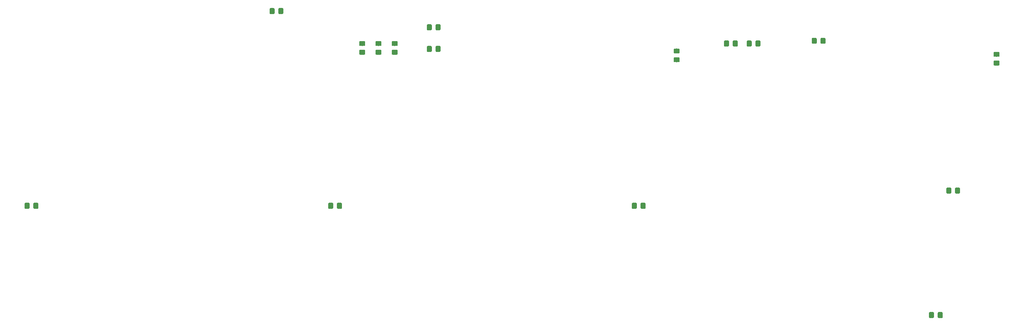
<source format=gbr>
G04 #@! TF.GenerationSoftware,KiCad,Pcbnew,(5.0.2)-1*
G04 #@! TF.CreationDate,2019-02-09T21:32:43-06:00*
G04 #@! TF.ProjectId,Nixie-ProtoBoard,4e697869-652d-4507-926f-746f426f6172,1.0*
G04 #@! TF.SameCoordinates,Original*
G04 #@! TF.FileFunction,Paste,Top*
G04 #@! TF.FilePolarity,Positive*
%FSLAX46Y46*%
G04 Gerber Fmt 4.6, Leading zero omitted, Abs format (unit mm)*
G04 Created by KiCad (PCBNEW (5.0.2)-1) date 2/9/2019 9:32:43 PM*
%MOMM*%
%LPD*%
G01*
G04 APERTURE LIST*
%ADD10C,0.100000*%
%ADD11C,1.150000*%
G04 APERTURE END LIST*
D10*
G04 #@! TO.C,C2*
G36*
X124283505Y-67119204D02*
X124307773Y-67122804D01*
X124331572Y-67128765D01*
X124354671Y-67137030D01*
X124376850Y-67147520D01*
X124397893Y-67160132D01*
X124417599Y-67174747D01*
X124435777Y-67191223D01*
X124452253Y-67209401D01*
X124466868Y-67229107D01*
X124479480Y-67250150D01*
X124489970Y-67272329D01*
X124498235Y-67295428D01*
X124504196Y-67319227D01*
X124507796Y-67343495D01*
X124509000Y-67367999D01*
X124509000Y-68268001D01*
X124507796Y-68292505D01*
X124504196Y-68316773D01*
X124498235Y-68340572D01*
X124489970Y-68363671D01*
X124479480Y-68385850D01*
X124466868Y-68406893D01*
X124452253Y-68426599D01*
X124435777Y-68444777D01*
X124417599Y-68461253D01*
X124397893Y-68475868D01*
X124376850Y-68488480D01*
X124354671Y-68498970D01*
X124331572Y-68507235D01*
X124307773Y-68513196D01*
X124283505Y-68516796D01*
X124259001Y-68518000D01*
X123608999Y-68518000D01*
X123584495Y-68516796D01*
X123560227Y-68513196D01*
X123536428Y-68507235D01*
X123513329Y-68498970D01*
X123491150Y-68488480D01*
X123470107Y-68475868D01*
X123450401Y-68461253D01*
X123432223Y-68444777D01*
X123415747Y-68426599D01*
X123401132Y-68406893D01*
X123388520Y-68385850D01*
X123378030Y-68363671D01*
X123369765Y-68340572D01*
X123363804Y-68316773D01*
X123360204Y-68292505D01*
X123359000Y-68268001D01*
X123359000Y-67367999D01*
X123360204Y-67343495D01*
X123363804Y-67319227D01*
X123369765Y-67295428D01*
X123378030Y-67272329D01*
X123388520Y-67250150D01*
X123401132Y-67229107D01*
X123415747Y-67209401D01*
X123432223Y-67191223D01*
X123450401Y-67174747D01*
X123470107Y-67160132D01*
X123491150Y-67147520D01*
X123513329Y-67137030D01*
X123536428Y-67128765D01*
X123560227Y-67122804D01*
X123584495Y-67119204D01*
X123608999Y-67118000D01*
X124259001Y-67118000D01*
X124283505Y-67119204D01*
X124283505Y-67119204D01*
G37*
D11*
X123934000Y-67818000D03*
D10*
G36*
X126333505Y-67119204D02*
X126357773Y-67122804D01*
X126381572Y-67128765D01*
X126404671Y-67137030D01*
X126426850Y-67147520D01*
X126447893Y-67160132D01*
X126467599Y-67174747D01*
X126485777Y-67191223D01*
X126502253Y-67209401D01*
X126516868Y-67229107D01*
X126529480Y-67250150D01*
X126539970Y-67272329D01*
X126548235Y-67295428D01*
X126554196Y-67319227D01*
X126557796Y-67343495D01*
X126559000Y-67367999D01*
X126559000Y-68268001D01*
X126557796Y-68292505D01*
X126554196Y-68316773D01*
X126548235Y-68340572D01*
X126539970Y-68363671D01*
X126529480Y-68385850D01*
X126516868Y-68406893D01*
X126502253Y-68426599D01*
X126485777Y-68444777D01*
X126467599Y-68461253D01*
X126447893Y-68475868D01*
X126426850Y-68488480D01*
X126404671Y-68498970D01*
X126381572Y-68507235D01*
X126357773Y-68513196D01*
X126333505Y-68516796D01*
X126309001Y-68518000D01*
X125658999Y-68518000D01*
X125634495Y-68516796D01*
X125610227Y-68513196D01*
X125586428Y-68507235D01*
X125563329Y-68498970D01*
X125541150Y-68488480D01*
X125520107Y-68475868D01*
X125500401Y-68461253D01*
X125482223Y-68444777D01*
X125465747Y-68426599D01*
X125451132Y-68406893D01*
X125438520Y-68385850D01*
X125428030Y-68363671D01*
X125419765Y-68340572D01*
X125413804Y-68316773D01*
X125410204Y-68292505D01*
X125409000Y-68268001D01*
X125409000Y-67367999D01*
X125410204Y-67343495D01*
X125413804Y-67319227D01*
X125419765Y-67295428D01*
X125428030Y-67272329D01*
X125438520Y-67250150D01*
X125451132Y-67229107D01*
X125465747Y-67209401D01*
X125482223Y-67191223D01*
X125500401Y-67174747D01*
X125520107Y-67160132D01*
X125541150Y-67147520D01*
X125563329Y-67137030D01*
X125586428Y-67128765D01*
X125610227Y-67122804D01*
X125634495Y-67119204D01*
X125658999Y-67118000D01*
X126309001Y-67118000D01*
X126333505Y-67119204D01*
X126333505Y-67119204D01*
G37*
D11*
X125984000Y-67818000D03*
G04 #@! TD*
D10*
G04 #@! TO.C,C3*
G36*
X126333505Y-72199204D02*
X126357773Y-72202804D01*
X126381572Y-72208765D01*
X126404671Y-72217030D01*
X126426850Y-72227520D01*
X126447893Y-72240132D01*
X126467599Y-72254747D01*
X126485777Y-72271223D01*
X126502253Y-72289401D01*
X126516868Y-72309107D01*
X126529480Y-72330150D01*
X126539970Y-72352329D01*
X126548235Y-72375428D01*
X126554196Y-72399227D01*
X126557796Y-72423495D01*
X126559000Y-72447999D01*
X126559000Y-73348001D01*
X126557796Y-73372505D01*
X126554196Y-73396773D01*
X126548235Y-73420572D01*
X126539970Y-73443671D01*
X126529480Y-73465850D01*
X126516868Y-73486893D01*
X126502253Y-73506599D01*
X126485777Y-73524777D01*
X126467599Y-73541253D01*
X126447893Y-73555868D01*
X126426850Y-73568480D01*
X126404671Y-73578970D01*
X126381572Y-73587235D01*
X126357773Y-73593196D01*
X126333505Y-73596796D01*
X126309001Y-73598000D01*
X125658999Y-73598000D01*
X125634495Y-73596796D01*
X125610227Y-73593196D01*
X125586428Y-73587235D01*
X125563329Y-73578970D01*
X125541150Y-73568480D01*
X125520107Y-73555868D01*
X125500401Y-73541253D01*
X125482223Y-73524777D01*
X125465747Y-73506599D01*
X125451132Y-73486893D01*
X125438520Y-73465850D01*
X125428030Y-73443671D01*
X125419765Y-73420572D01*
X125413804Y-73396773D01*
X125410204Y-73372505D01*
X125409000Y-73348001D01*
X125409000Y-72447999D01*
X125410204Y-72423495D01*
X125413804Y-72399227D01*
X125419765Y-72375428D01*
X125428030Y-72352329D01*
X125438520Y-72330150D01*
X125451132Y-72309107D01*
X125465747Y-72289401D01*
X125482223Y-72271223D01*
X125500401Y-72254747D01*
X125520107Y-72240132D01*
X125541150Y-72227520D01*
X125563329Y-72217030D01*
X125586428Y-72208765D01*
X125610227Y-72202804D01*
X125634495Y-72199204D01*
X125658999Y-72198000D01*
X126309001Y-72198000D01*
X126333505Y-72199204D01*
X126333505Y-72199204D01*
G37*
D11*
X125984000Y-72898000D03*
D10*
G36*
X124283505Y-72199204D02*
X124307773Y-72202804D01*
X124331572Y-72208765D01*
X124354671Y-72217030D01*
X124376850Y-72227520D01*
X124397893Y-72240132D01*
X124417599Y-72254747D01*
X124435777Y-72271223D01*
X124452253Y-72289401D01*
X124466868Y-72309107D01*
X124479480Y-72330150D01*
X124489970Y-72352329D01*
X124498235Y-72375428D01*
X124504196Y-72399227D01*
X124507796Y-72423495D01*
X124509000Y-72447999D01*
X124509000Y-73348001D01*
X124507796Y-73372505D01*
X124504196Y-73396773D01*
X124498235Y-73420572D01*
X124489970Y-73443671D01*
X124479480Y-73465850D01*
X124466868Y-73486893D01*
X124452253Y-73506599D01*
X124435777Y-73524777D01*
X124417599Y-73541253D01*
X124397893Y-73555868D01*
X124376850Y-73568480D01*
X124354671Y-73578970D01*
X124331572Y-73587235D01*
X124307773Y-73593196D01*
X124283505Y-73596796D01*
X124259001Y-73598000D01*
X123608999Y-73598000D01*
X123584495Y-73596796D01*
X123560227Y-73593196D01*
X123536428Y-73587235D01*
X123513329Y-73578970D01*
X123491150Y-73568480D01*
X123470107Y-73555868D01*
X123450401Y-73541253D01*
X123432223Y-73524777D01*
X123415747Y-73506599D01*
X123401132Y-73486893D01*
X123388520Y-73465850D01*
X123378030Y-73443671D01*
X123369765Y-73420572D01*
X123363804Y-73396773D01*
X123360204Y-73372505D01*
X123359000Y-73348001D01*
X123359000Y-72447999D01*
X123360204Y-72423495D01*
X123363804Y-72399227D01*
X123369765Y-72375428D01*
X123378030Y-72352329D01*
X123388520Y-72330150D01*
X123401132Y-72309107D01*
X123415747Y-72289401D01*
X123432223Y-72271223D01*
X123450401Y-72254747D01*
X123470107Y-72240132D01*
X123491150Y-72227520D01*
X123513329Y-72217030D01*
X123536428Y-72208765D01*
X123560227Y-72202804D01*
X123584495Y-72199204D01*
X123608999Y-72198000D01*
X124259001Y-72198000D01*
X124283505Y-72199204D01*
X124283505Y-72199204D01*
G37*
D11*
X123934000Y-72898000D03*
G04 #@! TD*
D10*
G04 #@! TO.C,C4*
G36*
X199213505Y-70929204D02*
X199237773Y-70932804D01*
X199261572Y-70938765D01*
X199284671Y-70947030D01*
X199306850Y-70957520D01*
X199327893Y-70970132D01*
X199347599Y-70984747D01*
X199365777Y-71001223D01*
X199382253Y-71019401D01*
X199396868Y-71039107D01*
X199409480Y-71060150D01*
X199419970Y-71082329D01*
X199428235Y-71105428D01*
X199434196Y-71129227D01*
X199437796Y-71153495D01*
X199439000Y-71177999D01*
X199439000Y-72078001D01*
X199437796Y-72102505D01*
X199434196Y-72126773D01*
X199428235Y-72150572D01*
X199419970Y-72173671D01*
X199409480Y-72195850D01*
X199396868Y-72216893D01*
X199382253Y-72236599D01*
X199365777Y-72254777D01*
X199347599Y-72271253D01*
X199327893Y-72285868D01*
X199306850Y-72298480D01*
X199284671Y-72308970D01*
X199261572Y-72317235D01*
X199237773Y-72323196D01*
X199213505Y-72326796D01*
X199189001Y-72328000D01*
X198538999Y-72328000D01*
X198514495Y-72326796D01*
X198490227Y-72323196D01*
X198466428Y-72317235D01*
X198443329Y-72308970D01*
X198421150Y-72298480D01*
X198400107Y-72285868D01*
X198380401Y-72271253D01*
X198362223Y-72254777D01*
X198345747Y-72236599D01*
X198331132Y-72216893D01*
X198318520Y-72195850D01*
X198308030Y-72173671D01*
X198299765Y-72150572D01*
X198293804Y-72126773D01*
X198290204Y-72102505D01*
X198289000Y-72078001D01*
X198289000Y-71177999D01*
X198290204Y-71153495D01*
X198293804Y-71129227D01*
X198299765Y-71105428D01*
X198308030Y-71082329D01*
X198318520Y-71060150D01*
X198331132Y-71039107D01*
X198345747Y-71019401D01*
X198362223Y-71001223D01*
X198380401Y-70984747D01*
X198400107Y-70970132D01*
X198421150Y-70957520D01*
X198443329Y-70947030D01*
X198466428Y-70938765D01*
X198490227Y-70932804D01*
X198514495Y-70929204D01*
X198538999Y-70928000D01*
X199189001Y-70928000D01*
X199213505Y-70929204D01*
X199213505Y-70929204D01*
G37*
D11*
X198864000Y-71628000D03*
D10*
G36*
X201263505Y-70929204D02*
X201287773Y-70932804D01*
X201311572Y-70938765D01*
X201334671Y-70947030D01*
X201356850Y-70957520D01*
X201377893Y-70970132D01*
X201397599Y-70984747D01*
X201415777Y-71001223D01*
X201432253Y-71019401D01*
X201446868Y-71039107D01*
X201459480Y-71060150D01*
X201469970Y-71082329D01*
X201478235Y-71105428D01*
X201484196Y-71129227D01*
X201487796Y-71153495D01*
X201489000Y-71177999D01*
X201489000Y-72078001D01*
X201487796Y-72102505D01*
X201484196Y-72126773D01*
X201478235Y-72150572D01*
X201469970Y-72173671D01*
X201459480Y-72195850D01*
X201446868Y-72216893D01*
X201432253Y-72236599D01*
X201415777Y-72254777D01*
X201397599Y-72271253D01*
X201377893Y-72285868D01*
X201356850Y-72298480D01*
X201334671Y-72308970D01*
X201311572Y-72317235D01*
X201287773Y-72323196D01*
X201263505Y-72326796D01*
X201239001Y-72328000D01*
X200588999Y-72328000D01*
X200564495Y-72326796D01*
X200540227Y-72323196D01*
X200516428Y-72317235D01*
X200493329Y-72308970D01*
X200471150Y-72298480D01*
X200450107Y-72285868D01*
X200430401Y-72271253D01*
X200412223Y-72254777D01*
X200395747Y-72236599D01*
X200381132Y-72216893D01*
X200368520Y-72195850D01*
X200358030Y-72173671D01*
X200349765Y-72150572D01*
X200343804Y-72126773D01*
X200340204Y-72102505D01*
X200339000Y-72078001D01*
X200339000Y-71177999D01*
X200340204Y-71153495D01*
X200343804Y-71129227D01*
X200349765Y-71105428D01*
X200358030Y-71082329D01*
X200368520Y-71060150D01*
X200381132Y-71039107D01*
X200395747Y-71019401D01*
X200412223Y-71001223D01*
X200430401Y-70984747D01*
X200450107Y-70970132D01*
X200471150Y-70957520D01*
X200493329Y-70947030D01*
X200516428Y-70938765D01*
X200540227Y-70932804D01*
X200564495Y-70929204D01*
X200588999Y-70928000D01*
X201239001Y-70928000D01*
X201263505Y-70929204D01*
X201263505Y-70929204D01*
G37*
D11*
X200914000Y-71628000D03*
G04 #@! TD*
D10*
G04 #@! TO.C,C5*
G36*
X245958505Y-105464204D02*
X245982773Y-105467804D01*
X246006572Y-105473765D01*
X246029671Y-105482030D01*
X246051850Y-105492520D01*
X246072893Y-105505132D01*
X246092599Y-105519747D01*
X246110777Y-105536223D01*
X246127253Y-105554401D01*
X246141868Y-105574107D01*
X246154480Y-105595150D01*
X246164970Y-105617329D01*
X246173235Y-105640428D01*
X246179196Y-105664227D01*
X246182796Y-105688495D01*
X246184000Y-105712999D01*
X246184000Y-106613001D01*
X246182796Y-106637505D01*
X246179196Y-106661773D01*
X246173235Y-106685572D01*
X246164970Y-106708671D01*
X246154480Y-106730850D01*
X246141868Y-106751893D01*
X246127253Y-106771599D01*
X246110777Y-106789777D01*
X246092599Y-106806253D01*
X246072893Y-106820868D01*
X246051850Y-106833480D01*
X246029671Y-106843970D01*
X246006572Y-106852235D01*
X245982773Y-106858196D01*
X245958505Y-106861796D01*
X245934001Y-106863000D01*
X245283999Y-106863000D01*
X245259495Y-106861796D01*
X245235227Y-106858196D01*
X245211428Y-106852235D01*
X245188329Y-106843970D01*
X245166150Y-106833480D01*
X245145107Y-106820868D01*
X245125401Y-106806253D01*
X245107223Y-106789777D01*
X245090747Y-106771599D01*
X245076132Y-106751893D01*
X245063520Y-106730850D01*
X245053030Y-106708671D01*
X245044765Y-106685572D01*
X245038804Y-106661773D01*
X245035204Y-106637505D01*
X245034000Y-106613001D01*
X245034000Y-105712999D01*
X245035204Y-105688495D01*
X245038804Y-105664227D01*
X245044765Y-105640428D01*
X245053030Y-105617329D01*
X245063520Y-105595150D01*
X245076132Y-105574107D01*
X245090747Y-105554401D01*
X245107223Y-105536223D01*
X245125401Y-105519747D01*
X245145107Y-105505132D01*
X245166150Y-105492520D01*
X245188329Y-105482030D01*
X245211428Y-105473765D01*
X245235227Y-105467804D01*
X245259495Y-105464204D01*
X245283999Y-105463000D01*
X245934001Y-105463000D01*
X245958505Y-105464204D01*
X245958505Y-105464204D01*
G37*
D11*
X245609000Y-106163000D03*
D10*
G36*
X248008505Y-105464204D02*
X248032773Y-105467804D01*
X248056572Y-105473765D01*
X248079671Y-105482030D01*
X248101850Y-105492520D01*
X248122893Y-105505132D01*
X248142599Y-105519747D01*
X248160777Y-105536223D01*
X248177253Y-105554401D01*
X248191868Y-105574107D01*
X248204480Y-105595150D01*
X248214970Y-105617329D01*
X248223235Y-105640428D01*
X248229196Y-105664227D01*
X248232796Y-105688495D01*
X248234000Y-105712999D01*
X248234000Y-106613001D01*
X248232796Y-106637505D01*
X248229196Y-106661773D01*
X248223235Y-106685572D01*
X248214970Y-106708671D01*
X248204480Y-106730850D01*
X248191868Y-106751893D01*
X248177253Y-106771599D01*
X248160777Y-106789777D01*
X248142599Y-106806253D01*
X248122893Y-106820868D01*
X248101850Y-106833480D01*
X248079671Y-106843970D01*
X248056572Y-106852235D01*
X248032773Y-106858196D01*
X248008505Y-106861796D01*
X247984001Y-106863000D01*
X247333999Y-106863000D01*
X247309495Y-106861796D01*
X247285227Y-106858196D01*
X247261428Y-106852235D01*
X247238329Y-106843970D01*
X247216150Y-106833480D01*
X247195107Y-106820868D01*
X247175401Y-106806253D01*
X247157223Y-106789777D01*
X247140747Y-106771599D01*
X247126132Y-106751893D01*
X247113520Y-106730850D01*
X247103030Y-106708671D01*
X247094765Y-106685572D01*
X247088804Y-106661773D01*
X247085204Y-106637505D01*
X247084000Y-106613001D01*
X247084000Y-105712999D01*
X247085204Y-105688495D01*
X247088804Y-105664227D01*
X247094765Y-105640428D01*
X247103030Y-105617329D01*
X247113520Y-105595150D01*
X247126132Y-105574107D01*
X247140747Y-105554401D01*
X247157223Y-105536223D01*
X247175401Y-105519747D01*
X247195107Y-105505132D01*
X247216150Y-105492520D01*
X247238329Y-105482030D01*
X247261428Y-105473765D01*
X247285227Y-105467804D01*
X247309495Y-105464204D01*
X247333999Y-105463000D01*
X247984001Y-105463000D01*
X248008505Y-105464204D01*
X248008505Y-105464204D01*
G37*
D11*
X247659000Y-106163000D03*
G04 #@! TD*
D10*
G04 #@! TO.C,C6*
G36*
X257268505Y-75644204D02*
X257292773Y-75647804D01*
X257316572Y-75653765D01*
X257339671Y-75662030D01*
X257361850Y-75672520D01*
X257382893Y-75685132D01*
X257402599Y-75699747D01*
X257420777Y-75716223D01*
X257437253Y-75734401D01*
X257451868Y-75754107D01*
X257464480Y-75775150D01*
X257474970Y-75797329D01*
X257483235Y-75820428D01*
X257489196Y-75844227D01*
X257492796Y-75868495D01*
X257494000Y-75892999D01*
X257494000Y-76543001D01*
X257492796Y-76567505D01*
X257489196Y-76591773D01*
X257483235Y-76615572D01*
X257474970Y-76638671D01*
X257464480Y-76660850D01*
X257451868Y-76681893D01*
X257437253Y-76701599D01*
X257420777Y-76719777D01*
X257402599Y-76736253D01*
X257382893Y-76750868D01*
X257361850Y-76763480D01*
X257339671Y-76773970D01*
X257316572Y-76782235D01*
X257292773Y-76788196D01*
X257268505Y-76791796D01*
X257244001Y-76793000D01*
X256343999Y-76793000D01*
X256319495Y-76791796D01*
X256295227Y-76788196D01*
X256271428Y-76782235D01*
X256248329Y-76773970D01*
X256226150Y-76763480D01*
X256205107Y-76750868D01*
X256185401Y-76736253D01*
X256167223Y-76719777D01*
X256150747Y-76701599D01*
X256136132Y-76681893D01*
X256123520Y-76660850D01*
X256113030Y-76638671D01*
X256104765Y-76615572D01*
X256098804Y-76591773D01*
X256095204Y-76567505D01*
X256094000Y-76543001D01*
X256094000Y-75892999D01*
X256095204Y-75868495D01*
X256098804Y-75844227D01*
X256104765Y-75820428D01*
X256113030Y-75797329D01*
X256123520Y-75775150D01*
X256136132Y-75754107D01*
X256150747Y-75734401D01*
X256167223Y-75716223D01*
X256185401Y-75699747D01*
X256205107Y-75685132D01*
X256226150Y-75672520D01*
X256248329Y-75662030D01*
X256271428Y-75653765D01*
X256295227Y-75647804D01*
X256319495Y-75644204D01*
X256343999Y-75643000D01*
X257244001Y-75643000D01*
X257268505Y-75644204D01*
X257268505Y-75644204D01*
G37*
D11*
X256794000Y-76218000D03*
D10*
G36*
X257268505Y-73594204D02*
X257292773Y-73597804D01*
X257316572Y-73603765D01*
X257339671Y-73612030D01*
X257361850Y-73622520D01*
X257382893Y-73635132D01*
X257402599Y-73649747D01*
X257420777Y-73666223D01*
X257437253Y-73684401D01*
X257451868Y-73704107D01*
X257464480Y-73725150D01*
X257474970Y-73747329D01*
X257483235Y-73770428D01*
X257489196Y-73794227D01*
X257492796Y-73818495D01*
X257494000Y-73842999D01*
X257494000Y-74493001D01*
X257492796Y-74517505D01*
X257489196Y-74541773D01*
X257483235Y-74565572D01*
X257474970Y-74588671D01*
X257464480Y-74610850D01*
X257451868Y-74631893D01*
X257437253Y-74651599D01*
X257420777Y-74669777D01*
X257402599Y-74686253D01*
X257382893Y-74700868D01*
X257361850Y-74713480D01*
X257339671Y-74723970D01*
X257316572Y-74732235D01*
X257292773Y-74738196D01*
X257268505Y-74741796D01*
X257244001Y-74743000D01*
X256343999Y-74743000D01*
X256319495Y-74741796D01*
X256295227Y-74738196D01*
X256271428Y-74732235D01*
X256248329Y-74723970D01*
X256226150Y-74713480D01*
X256205107Y-74700868D01*
X256185401Y-74686253D01*
X256167223Y-74669777D01*
X256150747Y-74651599D01*
X256136132Y-74631893D01*
X256123520Y-74610850D01*
X256113030Y-74588671D01*
X256104765Y-74565572D01*
X256098804Y-74541773D01*
X256095204Y-74517505D01*
X256094000Y-74493001D01*
X256094000Y-73842999D01*
X256095204Y-73818495D01*
X256098804Y-73794227D01*
X256104765Y-73770428D01*
X256113030Y-73747329D01*
X256123520Y-73725150D01*
X256136132Y-73704107D01*
X256150747Y-73684401D01*
X256167223Y-73666223D01*
X256185401Y-73649747D01*
X256205107Y-73635132D01*
X256226150Y-73622520D01*
X256248329Y-73612030D01*
X256271428Y-73603765D01*
X256295227Y-73597804D01*
X256319495Y-73594204D01*
X256343999Y-73593000D01*
X257244001Y-73593000D01*
X257268505Y-73594204D01*
X257268505Y-73594204D01*
G37*
D11*
X256794000Y-74168000D03*
G04 #@! TD*
D10*
G04 #@! TO.C,C7*
G36*
X243953505Y-134683204D02*
X243977773Y-134686804D01*
X244001572Y-134692765D01*
X244024671Y-134701030D01*
X244046850Y-134711520D01*
X244067893Y-134724132D01*
X244087599Y-134738747D01*
X244105777Y-134755223D01*
X244122253Y-134773401D01*
X244136868Y-134793107D01*
X244149480Y-134814150D01*
X244159970Y-134836329D01*
X244168235Y-134859428D01*
X244174196Y-134883227D01*
X244177796Y-134907495D01*
X244179000Y-134931999D01*
X244179000Y-135832001D01*
X244177796Y-135856505D01*
X244174196Y-135880773D01*
X244168235Y-135904572D01*
X244159970Y-135927671D01*
X244149480Y-135949850D01*
X244136868Y-135970893D01*
X244122253Y-135990599D01*
X244105777Y-136008777D01*
X244087599Y-136025253D01*
X244067893Y-136039868D01*
X244046850Y-136052480D01*
X244024671Y-136062970D01*
X244001572Y-136071235D01*
X243977773Y-136077196D01*
X243953505Y-136080796D01*
X243929001Y-136082000D01*
X243278999Y-136082000D01*
X243254495Y-136080796D01*
X243230227Y-136077196D01*
X243206428Y-136071235D01*
X243183329Y-136062970D01*
X243161150Y-136052480D01*
X243140107Y-136039868D01*
X243120401Y-136025253D01*
X243102223Y-136008777D01*
X243085747Y-135990599D01*
X243071132Y-135970893D01*
X243058520Y-135949850D01*
X243048030Y-135927671D01*
X243039765Y-135904572D01*
X243033804Y-135880773D01*
X243030204Y-135856505D01*
X243029000Y-135832001D01*
X243029000Y-134931999D01*
X243030204Y-134907495D01*
X243033804Y-134883227D01*
X243039765Y-134859428D01*
X243048030Y-134836329D01*
X243058520Y-134814150D01*
X243071132Y-134793107D01*
X243085747Y-134773401D01*
X243102223Y-134755223D01*
X243120401Y-134738747D01*
X243140107Y-134724132D01*
X243161150Y-134711520D01*
X243183329Y-134701030D01*
X243206428Y-134692765D01*
X243230227Y-134686804D01*
X243254495Y-134683204D01*
X243278999Y-134682000D01*
X243929001Y-134682000D01*
X243953505Y-134683204D01*
X243953505Y-134683204D01*
G37*
D11*
X243604000Y-135382000D03*
D10*
G36*
X241903505Y-134683204D02*
X241927773Y-134686804D01*
X241951572Y-134692765D01*
X241974671Y-134701030D01*
X241996850Y-134711520D01*
X242017893Y-134724132D01*
X242037599Y-134738747D01*
X242055777Y-134755223D01*
X242072253Y-134773401D01*
X242086868Y-134793107D01*
X242099480Y-134814150D01*
X242109970Y-134836329D01*
X242118235Y-134859428D01*
X242124196Y-134883227D01*
X242127796Y-134907495D01*
X242129000Y-134931999D01*
X242129000Y-135832001D01*
X242127796Y-135856505D01*
X242124196Y-135880773D01*
X242118235Y-135904572D01*
X242109970Y-135927671D01*
X242099480Y-135949850D01*
X242086868Y-135970893D01*
X242072253Y-135990599D01*
X242055777Y-136008777D01*
X242037599Y-136025253D01*
X242017893Y-136039868D01*
X241996850Y-136052480D01*
X241974671Y-136062970D01*
X241951572Y-136071235D01*
X241927773Y-136077196D01*
X241903505Y-136080796D01*
X241879001Y-136082000D01*
X241228999Y-136082000D01*
X241204495Y-136080796D01*
X241180227Y-136077196D01*
X241156428Y-136071235D01*
X241133329Y-136062970D01*
X241111150Y-136052480D01*
X241090107Y-136039868D01*
X241070401Y-136025253D01*
X241052223Y-136008777D01*
X241035747Y-135990599D01*
X241021132Y-135970893D01*
X241008520Y-135949850D01*
X240998030Y-135927671D01*
X240989765Y-135904572D01*
X240983804Y-135880773D01*
X240980204Y-135856505D01*
X240979000Y-135832001D01*
X240979000Y-134931999D01*
X240980204Y-134907495D01*
X240983804Y-134883227D01*
X240989765Y-134859428D01*
X240998030Y-134836329D01*
X241008520Y-134814150D01*
X241021132Y-134793107D01*
X241035747Y-134773401D01*
X241052223Y-134755223D01*
X241070401Y-134738747D01*
X241090107Y-134724132D01*
X241111150Y-134711520D01*
X241133329Y-134701030D01*
X241156428Y-134692765D01*
X241180227Y-134686804D01*
X241204495Y-134683204D01*
X241228999Y-134682000D01*
X241879001Y-134682000D01*
X241903505Y-134683204D01*
X241903505Y-134683204D01*
G37*
D11*
X241554000Y-135382000D03*
G04 #@! TD*
D10*
G04 #@! TO.C,D1*
G36*
X193888505Y-70929204D02*
X193912773Y-70932804D01*
X193936572Y-70938765D01*
X193959671Y-70947030D01*
X193981850Y-70957520D01*
X194002893Y-70970132D01*
X194022599Y-70984747D01*
X194040777Y-71001223D01*
X194057253Y-71019401D01*
X194071868Y-71039107D01*
X194084480Y-71060150D01*
X194094970Y-71082329D01*
X194103235Y-71105428D01*
X194109196Y-71129227D01*
X194112796Y-71153495D01*
X194114000Y-71177999D01*
X194114000Y-72078001D01*
X194112796Y-72102505D01*
X194109196Y-72126773D01*
X194103235Y-72150572D01*
X194094970Y-72173671D01*
X194084480Y-72195850D01*
X194071868Y-72216893D01*
X194057253Y-72236599D01*
X194040777Y-72254777D01*
X194022599Y-72271253D01*
X194002893Y-72285868D01*
X193981850Y-72298480D01*
X193959671Y-72308970D01*
X193936572Y-72317235D01*
X193912773Y-72323196D01*
X193888505Y-72326796D01*
X193864001Y-72328000D01*
X193213999Y-72328000D01*
X193189495Y-72326796D01*
X193165227Y-72323196D01*
X193141428Y-72317235D01*
X193118329Y-72308970D01*
X193096150Y-72298480D01*
X193075107Y-72285868D01*
X193055401Y-72271253D01*
X193037223Y-72254777D01*
X193020747Y-72236599D01*
X193006132Y-72216893D01*
X192993520Y-72195850D01*
X192983030Y-72173671D01*
X192974765Y-72150572D01*
X192968804Y-72126773D01*
X192965204Y-72102505D01*
X192964000Y-72078001D01*
X192964000Y-71177999D01*
X192965204Y-71153495D01*
X192968804Y-71129227D01*
X192974765Y-71105428D01*
X192983030Y-71082329D01*
X192993520Y-71060150D01*
X193006132Y-71039107D01*
X193020747Y-71019401D01*
X193037223Y-71001223D01*
X193055401Y-70984747D01*
X193075107Y-70970132D01*
X193096150Y-70957520D01*
X193118329Y-70947030D01*
X193141428Y-70938765D01*
X193165227Y-70932804D01*
X193189495Y-70929204D01*
X193213999Y-70928000D01*
X193864001Y-70928000D01*
X193888505Y-70929204D01*
X193888505Y-70929204D01*
G37*
D11*
X193539000Y-71628000D03*
D10*
G36*
X195938505Y-70929204D02*
X195962773Y-70932804D01*
X195986572Y-70938765D01*
X196009671Y-70947030D01*
X196031850Y-70957520D01*
X196052893Y-70970132D01*
X196072599Y-70984747D01*
X196090777Y-71001223D01*
X196107253Y-71019401D01*
X196121868Y-71039107D01*
X196134480Y-71060150D01*
X196144970Y-71082329D01*
X196153235Y-71105428D01*
X196159196Y-71129227D01*
X196162796Y-71153495D01*
X196164000Y-71177999D01*
X196164000Y-72078001D01*
X196162796Y-72102505D01*
X196159196Y-72126773D01*
X196153235Y-72150572D01*
X196144970Y-72173671D01*
X196134480Y-72195850D01*
X196121868Y-72216893D01*
X196107253Y-72236599D01*
X196090777Y-72254777D01*
X196072599Y-72271253D01*
X196052893Y-72285868D01*
X196031850Y-72298480D01*
X196009671Y-72308970D01*
X195986572Y-72317235D01*
X195962773Y-72323196D01*
X195938505Y-72326796D01*
X195914001Y-72328000D01*
X195263999Y-72328000D01*
X195239495Y-72326796D01*
X195215227Y-72323196D01*
X195191428Y-72317235D01*
X195168329Y-72308970D01*
X195146150Y-72298480D01*
X195125107Y-72285868D01*
X195105401Y-72271253D01*
X195087223Y-72254777D01*
X195070747Y-72236599D01*
X195056132Y-72216893D01*
X195043520Y-72195850D01*
X195033030Y-72173671D01*
X195024765Y-72150572D01*
X195018804Y-72126773D01*
X195015204Y-72102505D01*
X195014000Y-72078001D01*
X195014000Y-71177999D01*
X195015204Y-71153495D01*
X195018804Y-71129227D01*
X195024765Y-71105428D01*
X195033030Y-71082329D01*
X195043520Y-71060150D01*
X195056132Y-71039107D01*
X195070747Y-71019401D01*
X195087223Y-71001223D01*
X195105401Y-70984747D01*
X195125107Y-70970132D01*
X195146150Y-70957520D01*
X195168329Y-70947030D01*
X195191428Y-70938765D01*
X195215227Y-70932804D01*
X195239495Y-70929204D01*
X195263999Y-70928000D01*
X195914001Y-70928000D01*
X195938505Y-70929204D01*
X195938505Y-70929204D01*
G37*
D11*
X195589000Y-71628000D03*
G04 #@! TD*
D10*
G04 #@! TO.C,D2*
G36*
X89503505Y-63309204D02*
X89527773Y-63312804D01*
X89551572Y-63318765D01*
X89574671Y-63327030D01*
X89596850Y-63337520D01*
X89617893Y-63350132D01*
X89637599Y-63364747D01*
X89655777Y-63381223D01*
X89672253Y-63399401D01*
X89686868Y-63419107D01*
X89699480Y-63440150D01*
X89709970Y-63462329D01*
X89718235Y-63485428D01*
X89724196Y-63509227D01*
X89727796Y-63533495D01*
X89729000Y-63557999D01*
X89729000Y-64458001D01*
X89727796Y-64482505D01*
X89724196Y-64506773D01*
X89718235Y-64530572D01*
X89709970Y-64553671D01*
X89699480Y-64575850D01*
X89686868Y-64596893D01*
X89672253Y-64616599D01*
X89655777Y-64634777D01*
X89637599Y-64651253D01*
X89617893Y-64665868D01*
X89596850Y-64678480D01*
X89574671Y-64688970D01*
X89551572Y-64697235D01*
X89527773Y-64703196D01*
X89503505Y-64706796D01*
X89479001Y-64708000D01*
X88828999Y-64708000D01*
X88804495Y-64706796D01*
X88780227Y-64703196D01*
X88756428Y-64697235D01*
X88733329Y-64688970D01*
X88711150Y-64678480D01*
X88690107Y-64665868D01*
X88670401Y-64651253D01*
X88652223Y-64634777D01*
X88635747Y-64616599D01*
X88621132Y-64596893D01*
X88608520Y-64575850D01*
X88598030Y-64553671D01*
X88589765Y-64530572D01*
X88583804Y-64506773D01*
X88580204Y-64482505D01*
X88579000Y-64458001D01*
X88579000Y-63557999D01*
X88580204Y-63533495D01*
X88583804Y-63509227D01*
X88589765Y-63485428D01*
X88598030Y-63462329D01*
X88608520Y-63440150D01*
X88621132Y-63419107D01*
X88635747Y-63399401D01*
X88652223Y-63381223D01*
X88670401Y-63364747D01*
X88690107Y-63350132D01*
X88711150Y-63337520D01*
X88733329Y-63327030D01*
X88756428Y-63318765D01*
X88780227Y-63312804D01*
X88804495Y-63309204D01*
X88828999Y-63308000D01*
X89479001Y-63308000D01*
X89503505Y-63309204D01*
X89503505Y-63309204D01*
G37*
D11*
X89154000Y-64008000D03*
D10*
G36*
X87453505Y-63309204D02*
X87477773Y-63312804D01*
X87501572Y-63318765D01*
X87524671Y-63327030D01*
X87546850Y-63337520D01*
X87567893Y-63350132D01*
X87587599Y-63364747D01*
X87605777Y-63381223D01*
X87622253Y-63399401D01*
X87636868Y-63419107D01*
X87649480Y-63440150D01*
X87659970Y-63462329D01*
X87668235Y-63485428D01*
X87674196Y-63509227D01*
X87677796Y-63533495D01*
X87679000Y-63557999D01*
X87679000Y-64458001D01*
X87677796Y-64482505D01*
X87674196Y-64506773D01*
X87668235Y-64530572D01*
X87659970Y-64553671D01*
X87649480Y-64575850D01*
X87636868Y-64596893D01*
X87622253Y-64616599D01*
X87605777Y-64634777D01*
X87587599Y-64651253D01*
X87567893Y-64665868D01*
X87546850Y-64678480D01*
X87524671Y-64688970D01*
X87501572Y-64697235D01*
X87477773Y-64703196D01*
X87453505Y-64706796D01*
X87429001Y-64708000D01*
X86778999Y-64708000D01*
X86754495Y-64706796D01*
X86730227Y-64703196D01*
X86706428Y-64697235D01*
X86683329Y-64688970D01*
X86661150Y-64678480D01*
X86640107Y-64665868D01*
X86620401Y-64651253D01*
X86602223Y-64634777D01*
X86585747Y-64616599D01*
X86571132Y-64596893D01*
X86558520Y-64575850D01*
X86548030Y-64553671D01*
X86539765Y-64530572D01*
X86533804Y-64506773D01*
X86530204Y-64482505D01*
X86529000Y-64458001D01*
X86529000Y-63557999D01*
X86530204Y-63533495D01*
X86533804Y-63509227D01*
X86539765Y-63485428D01*
X86548030Y-63462329D01*
X86558520Y-63440150D01*
X86571132Y-63419107D01*
X86585747Y-63399401D01*
X86602223Y-63381223D01*
X86620401Y-63364747D01*
X86640107Y-63350132D01*
X86661150Y-63337520D01*
X86683329Y-63327030D01*
X86706428Y-63318765D01*
X86730227Y-63312804D01*
X86754495Y-63309204D01*
X86778999Y-63308000D01*
X87429001Y-63308000D01*
X87453505Y-63309204D01*
X87453505Y-63309204D01*
G37*
D11*
X87104000Y-64008000D03*
G04 #@! TD*
D10*
G04 #@! TO.C,R1*
G36*
X32108505Y-109029204D02*
X32132773Y-109032804D01*
X32156572Y-109038765D01*
X32179671Y-109047030D01*
X32201850Y-109057520D01*
X32222893Y-109070132D01*
X32242599Y-109084747D01*
X32260777Y-109101223D01*
X32277253Y-109119401D01*
X32291868Y-109139107D01*
X32304480Y-109160150D01*
X32314970Y-109182329D01*
X32323235Y-109205428D01*
X32329196Y-109229227D01*
X32332796Y-109253495D01*
X32334000Y-109277999D01*
X32334000Y-110178001D01*
X32332796Y-110202505D01*
X32329196Y-110226773D01*
X32323235Y-110250572D01*
X32314970Y-110273671D01*
X32304480Y-110295850D01*
X32291868Y-110316893D01*
X32277253Y-110336599D01*
X32260777Y-110354777D01*
X32242599Y-110371253D01*
X32222893Y-110385868D01*
X32201850Y-110398480D01*
X32179671Y-110408970D01*
X32156572Y-110417235D01*
X32132773Y-110423196D01*
X32108505Y-110426796D01*
X32084001Y-110428000D01*
X31433999Y-110428000D01*
X31409495Y-110426796D01*
X31385227Y-110423196D01*
X31361428Y-110417235D01*
X31338329Y-110408970D01*
X31316150Y-110398480D01*
X31295107Y-110385868D01*
X31275401Y-110371253D01*
X31257223Y-110354777D01*
X31240747Y-110336599D01*
X31226132Y-110316893D01*
X31213520Y-110295850D01*
X31203030Y-110273671D01*
X31194765Y-110250572D01*
X31188804Y-110226773D01*
X31185204Y-110202505D01*
X31184000Y-110178001D01*
X31184000Y-109277999D01*
X31185204Y-109253495D01*
X31188804Y-109229227D01*
X31194765Y-109205428D01*
X31203030Y-109182329D01*
X31213520Y-109160150D01*
X31226132Y-109139107D01*
X31240747Y-109119401D01*
X31257223Y-109101223D01*
X31275401Y-109084747D01*
X31295107Y-109070132D01*
X31316150Y-109057520D01*
X31338329Y-109047030D01*
X31361428Y-109038765D01*
X31385227Y-109032804D01*
X31409495Y-109029204D01*
X31433999Y-109028000D01*
X32084001Y-109028000D01*
X32108505Y-109029204D01*
X32108505Y-109029204D01*
G37*
D11*
X31759000Y-109728000D03*
D10*
G36*
X30058505Y-109029204D02*
X30082773Y-109032804D01*
X30106572Y-109038765D01*
X30129671Y-109047030D01*
X30151850Y-109057520D01*
X30172893Y-109070132D01*
X30192599Y-109084747D01*
X30210777Y-109101223D01*
X30227253Y-109119401D01*
X30241868Y-109139107D01*
X30254480Y-109160150D01*
X30264970Y-109182329D01*
X30273235Y-109205428D01*
X30279196Y-109229227D01*
X30282796Y-109253495D01*
X30284000Y-109277999D01*
X30284000Y-110178001D01*
X30282796Y-110202505D01*
X30279196Y-110226773D01*
X30273235Y-110250572D01*
X30264970Y-110273671D01*
X30254480Y-110295850D01*
X30241868Y-110316893D01*
X30227253Y-110336599D01*
X30210777Y-110354777D01*
X30192599Y-110371253D01*
X30172893Y-110385868D01*
X30151850Y-110398480D01*
X30129671Y-110408970D01*
X30106572Y-110417235D01*
X30082773Y-110423196D01*
X30058505Y-110426796D01*
X30034001Y-110428000D01*
X29383999Y-110428000D01*
X29359495Y-110426796D01*
X29335227Y-110423196D01*
X29311428Y-110417235D01*
X29288329Y-110408970D01*
X29266150Y-110398480D01*
X29245107Y-110385868D01*
X29225401Y-110371253D01*
X29207223Y-110354777D01*
X29190747Y-110336599D01*
X29176132Y-110316893D01*
X29163520Y-110295850D01*
X29153030Y-110273671D01*
X29144765Y-110250572D01*
X29138804Y-110226773D01*
X29135204Y-110202505D01*
X29134000Y-110178001D01*
X29134000Y-109277999D01*
X29135204Y-109253495D01*
X29138804Y-109229227D01*
X29144765Y-109205428D01*
X29153030Y-109182329D01*
X29163520Y-109160150D01*
X29176132Y-109139107D01*
X29190747Y-109119401D01*
X29207223Y-109101223D01*
X29225401Y-109084747D01*
X29245107Y-109070132D01*
X29266150Y-109057520D01*
X29288329Y-109047030D01*
X29311428Y-109038765D01*
X29335227Y-109032804D01*
X29359495Y-109029204D01*
X29383999Y-109028000D01*
X30034001Y-109028000D01*
X30058505Y-109029204D01*
X30058505Y-109029204D01*
G37*
D11*
X29709000Y-109728000D03*
G04 #@! TD*
D10*
G04 #@! TO.C,R6*
G36*
X182338505Y-74864204D02*
X182362773Y-74867804D01*
X182386572Y-74873765D01*
X182409671Y-74882030D01*
X182431850Y-74892520D01*
X182452893Y-74905132D01*
X182472599Y-74919747D01*
X182490777Y-74936223D01*
X182507253Y-74954401D01*
X182521868Y-74974107D01*
X182534480Y-74995150D01*
X182544970Y-75017329D01*
X182553235Y-75040428D01*
X182559196Y-75064227D01*
X182562796Y-75088495D01*
X182564000Y-75112999D01*
X182564000Y-75763001D01*
X182562796Y-75787505D01*
X182559196Y-75811773D01*
X182553235Y-75835572D01*
X182544970Y-75858671D01*
X182534480Y-75880850D01*
X182521868Y-75901893D01*
X182507253Y-75921599D01*
X182490777Y-75939777D01*
X182472599Y-75956253D01*
X182452893Y-75970868D01*
X182431850Y-75983480D01*
X182409671Y-75993970D01*
X182386572Y-76002235D01*
X182362773Y-76008196D01*
X182338505Y-76011796D01*
X182314001Y-76013000D01*
X181413999Y-76013000D01*
X181389495Y-76011796D01*
X181365227Y-76008196D01*
X181341428Y-76002235D01*
X181318329Y-75993970D01*
X181296150Y-75983480D01*
X181275107Y-75970868D01*
X181255401Y-75956253D01*
X181237223Y-75939777D01*
X181220747Y-75921599D01*
X181206132Y-75901893D01*
X181193520Y-75880850D01*
X181183030Y-75858671D01*
X181174765Y-75835572D01*
X181168804Y-75811773D01*
X181165204Y-75787505D01*
X181164000Y-75763001D01*
X181164000Y-75112999D01*
X181165204Y-75088495D01*
X181168804Y-75064227D01*
X181174765Y-75040428D01*
X181183030Y-75017329D01*
X181193520Y-74995150D01*
X181206132Y-74974107D01*
X181220747Y-74954401D01*
X181237223Y-74936223D01*
X181255401Y-74919747D01*
X181275107Y-74905132D01*
X181296150Y-74892520D01*
X181318329Y-74882030D01*
X181341428Y-74873765D01*
X181365227Y-74867804D01*
X181389495Y-74864204D01*
X181413999Y-74863000D01*
X182314001Y-74863000D01*
X182338505Y-74864204D01*
X182338505Y-74864204D01*
G37*
D11*
X181864000Y-75438000D03*
D10*
G36*
X182338505Y-72814204D02*
X182362773Y-72817804D01*
X182386572Y-72823765D01*
X182409671Y-72832030D01*
X182431850Y-72842520D01*
X182452893Y-72855132D01*
X182472599Y-72869747D01*
X182490777Y-72886223D01*
X182507253Y-72904401D01*
X182521868Y-72924107D01*
X182534480Y-72945150D01*
X182544970Y-72967329D01*
X182553235Y-72990428D01*
X182559196Y-73014227D01*
X182562796Y-73038495D01*
X182564000Y-73062999D01*
X182564000Y-73713001D01*
X182562796Y-73737505D01*
X182559196Y-73761773D01*
X182553235Y-73785572D01*
X182544970Y-73808671D01*
X182534480Y-73830850D01*
X182521868Y-73851893D01*
X182507253Y-73871599D01*
X182490777Y-73889777D01*
X182472599Y-73906253D01*
X182452893Y-73920868D01*
X182431850Y-73933480D01*
X182409671Y-73943970D01*
X182386572Y-73952235D01*
X182362773Y-73958196D01*
X182338505Y-73961796D01*
X182314001Y-73963000D01*
X181413999Y-73963000D01*
X181389495Y-73961796D01*
X181365227Y-73958196D01*
X181341428Y-73952235D01*
X181318329Y-73943970D01*
X181296150Y-73933480D01*
X181275107Y-73920868D01*
X181255401Y-73906253D01*
X181237223Y-73889777D01*
X181220747Y-73871599D01*
X181206132Y-73851893D01*
X181193520Y-73830850D01*
X181183030Y-73808671D01*
X181174765Y-73785572D01*
X181168804Y-73761773D01*
X181165204Y-73737505D01*
X181164000Y-73713001D01*
X181164000Y-73062999D01*
X181165204Y-73038495D01*
X181168804Y-73014227D01*
X181174765Y-72990428D01*
X181183030Y-72967329D01*
X181193520Y-72945150D01*
X181206132Y-72924107D01*
X181220747Y-72904401D01*
X181237223Y-72886223D01*
X181255401Y-72869747D01*
X181275107Y-72855132D01*
X181296150Y-72842520D01*
X181318329Y-72832030D01*
X181341428Y-72823765D01*
X181365227Y-72817804D01*
X181389495Y-72814204D01*
X181413999Y-72813000D01*
X182314001Y-72813000D01*
X182338505Y-72814204D01*
X182338505Y-72814204D01*
G37*
D11*
X181864000Y-73388000D03*
G04 #@! TD*
D10*
G04 #@! TO.C,R7*
G36*
X101178505Y-109029204D02*
X101202773Y-109032804D01*
X101226572Y-109038765D01*
X101249671Y-109047030D01*
X101271850Y-109057520D01*
X101292893Y-109070132D01*
X101312599Y-109084747D01*
X101330777Y-109101223D01*
X101347253Y-109119401D01*
X101361868Y-109139107D01*
X101374480Y-109160150D01*
X101384970Y-109182329D01*
X101393235Y-109205428D01*
X101399196Y-109229227D01*
X101402796Y-109253495D01*
X101404000Y-109277999D01*
X101404000Y-110178001D01*
X101402796Y-110202505D01*
X101399196Y-110226773D01*
X101393235Y-110250572D01*
X101384970Y-110273671D01*
X101374480Y-110295850D01*
X101361868Y-110316893D01*
X101347253Y-110336599D01*
X101330777Y-110354777D01*
X101312599Y-110371253D01*
X101292893Y-110385868D01*
X101271850Y-110398480D01*
X101249671Y-110408970D01*
X101226572Y-110417235D01*
X101202773Y-110423196D01*
X101178505Y-110426796D01*
X101154001Y-110428000D01*
X100503999Y-110428000D01*
X100479495Y-110426796D01*
X100455227Y-110423196D01*
X100431428Y-110417235D01*
X100408329Y-110408970D01*
X100386150Y-110398480D01*
X100365107Y-110385868D01*
X100345401Y-110371253D01*
X100327223Y-110354777D01*
X100310747Y-110336599D01*
X100296132Y-110316893D01*
X100283520Y-110295850D01*
X100273030Y-110273671D01*
X100264765Y-110250572D01*
X100258804Y-110226773D01*
X100255204Y-110202505D01*
X100254000Y-110178001D01*
X100254000Y-109277999D01*
X100255204Y-109253495D01*
X100258804Y-109229227D01*
X100264765Y-109205428D01*
X100273030Y-109182329D01*
X100283520Y-109160150D01*
X100296132Y-109139107D01*
X100310747Y-109119401D01*
X100327223Y-109101223D01*
X100345401Y-109084747D01*
X100365107Y-109070132D01*
X100386150Y-109057520D01*
X100408329Y-109047030D01*
X100431428Y-109038765D01*
X100455227Y-109032804D01*
X100479495Y-109029204D01*
X100503999Y-109028000D01*
X101154001Y-109028000D01*
X101178505Y-109029204D01*
X101178505Y-109029204D01*
G37*
D11*
X100829000Y-109728000D03*
D10*
G36*
X103228505Y-109029204D02*
X103252773Y-109032804D01*
X103276572Y-109038765D01*
X103299671Y-109047030D01*
X103321850Y-109057520D01*
X103342893Y-109070132D01*
X103362599Y-109084747D01*
X103380777Y-109101223D01*
X103397253Y-109119401D01*
X103411868Y-109139107D01*
X103424480Y-109160150D01*
X103434970Y-109182329D01*
X103443235Y-109205428D01*
X103449196Y-109229227D01*
X103452796Y-109253495D01*
X103454000Y-109277999D01*
X103454000Y-110178001D01*
X103452796Y-110202505D01*
X103449196Y-110226773D01*
X103443235Y-110250572D01*
X103434970Y-110273671D01*
X103424480Y-110295850D01*
X103411868Y-110316893D01*
X103397253Y-110336599D01*
X103380777Y-110354777D01*
X103362599Y-110371253D01*
X103342893Y-110385868D01*
X103321850Y-110398480D01*
X103299671Y-110408970D01*
X103276572Y-110417235D01*
X103252773Y-110423196D01*
X103228505Y-110426796D01*
X103204001Y-110428000D01*
X102553999Y-110428000D01*
X102529495Y-110426796D01*
X102505227Y-110423196D01*
X102481428Y-110417235D01*
X102458329Y-110408970D01*
X102436150Y-110398480D01*
X102415107Y-110385868D01*
X102395401Y-110371253D01*
X102377223Y-110354777D01*
X102360747Y-110336599D01*
X102346132Y-110316893D01*
X102333520Y-110295850D01*
X102323030Y-110273671D01*
X102314765Y-110250572D01*
X102308804Y-110226773D01*
X102305204Y-110202505D01*
X102304000Y-110178001D01*
X102304000Y-109277999D01*
X102305204Y-109253495D01*
X102308804Y-109229227D01*
X102314765Y-109205428D01*
X102323030Y-109182329D01*
X102333520Y-109160150D01*
X102346132Y-109139107D01*
X102360747Y-109119401D01*
X102377223Y-109101223D01*
X102395401Y-109084747D01*
X102415107Y-109070132D01*
X102436150Y-109057520D01*
X102458329Y-109047030D01*
X102481428Y-109038765D01*
X102505227Y-109032804D01*
X102529495Y-109029204D01*
X102553999Y-109028000D01*
X103204001Y-109028000D01*
X103228505Y-109029204D01*
X103228505Y-109029204D01*
G37*
D11*
X102879000Y-109728000D03*
G04 #@! TD*
D10*
G04 #@! TO.C,R12*
G36*
X172298505Y-109029204D02*
X172322773Y-109032804D01*
X172346572Y-109038765D01*
X172369671Y-109047030D01*
X172391850Y-109057520D01*
X172412893Y-109070132D01*
X172432599Y-109084747D01*
X172450777Y-109101223D01*
X172467253Y-109119401D01*
X172481868Y-109139107D01*
X172494480Y-109160150D01*
X172504970Y-109182329D01*
X172513235Y-109205428D01*
X172519196Y-109229227D01*
X172522796Y-109253495D01*
X172524000Y-109277999D01*
X172524000Y-110178001D01*
X172522796Y-110202505D01*
X172519196Y-110226773D01*
X172513235Y-110250572D01*
X172504970Y-110273671D01*
X172494480Y-110295850D01*
X172481868Y-110316893D01*
X172467253Y-110336599D01*
X172450777Y-110354777D01*
X172432599Y-110371253D01*
X172412893Y-110385868D01*
X172391850Y-110398480D01*
X172369671Y-110408970D01*
X172346572Y-110417235D01*
X172322773Y-110423196D01*
X172298505Y-110426796D01*
X172274001Y-110428000D01*
X171623999Y-110428000D01*
X171599495Y-110426796D01*
X171575227Y-110423196D01*
X171551428Y-110417235D01*
X171528329Y-110408970D01*
X171506150Y-110398480D01*
X171485107Y-110385868D01*
X171465401Y-110371253D01*
X171447223Y-110354777D01*
X171430747Y-110336599D01*
X171416132Y-110316893D01*
X171403520Y-110295850D01*
X171393030Y-110273671D01*
X171384765Y-110250572D01*
X171378804Y-110226773D01*
X171375204Y-110202505D01*
X171374000Y-110178001D01*
X171374000Y-109277999D01*
X171375204Y-109253495D01*
X171378804Y-109229227D01*
X171384765Y-109205428D01*
X171393030Y-109182329D01*
X171403520Y-109160150D01*
X171416132Y-109139107D01*
X171430747Y-109119401D01*
X171447223Y-109101223D01*
X171465401Y-109084747D01*
X171485107Y-109070132D01*
X171506150Y-109057520D01*
X171528329Y-109047030D01*
X171551428Y-109038765D01*
X171575227Y-109032804D01*
X171599495Y-109029204D01*
X171623999Y-109028000D01*
X172274001Y-109028000D01*
X172298505Y-109029204D01*
X172298505Y-109029204D01*
G37*
D11*
X171949000Y-109728000D03*
D10*
G36*
X174348505Y-109029204D02*
X174372773Y-109032804D01*
X174396572Y-109038765D01*
X174419671Y-109047030D01*
X174441850Y-109057520D01*
X174462893Y-109070132D01*
X174482599Y-109084747D01*
X174500777Y-109101223D01*
X174517253Y-109119401D01*
X174531868Y-109139107D01*
X174544480Y-109160150D01*
X174554970Y-109182329D01*
X174563235Y-109205428D01*
X174569196Y-109229227D01*
X174572796Y-109253495D01*
X174574000Y-109277999D01*
X174574000Y-110178001D01*
X174572796Y-110202505D01*
X174569196Y-110226773D01*
X174563235Y-110250572D01*
X174554970Y-110273671D01*
X174544480Y-110295850D01*
X174531868Y-110316893D01*
X174517253Y-110336599D01*
X174500777Y-110354777D01*
X174482599Y-110371253D01*
X174462893Y-110385868D01*
X174441850Y-110398480D01*
X174419671Y-110408970D01*
X174396572Y-110417235D01*
X174372773Y-110423196D01*
X174348505Y-110426796D01*
X174324001Y-110428000D01*
X173673999Y-110428000D01*
X173649495Y-110426796D01*
X173625227Y-110423196D01*
X173601428Y-110417235D01*
X173578329Y-110408970D01*
X173556150Y-110398480D01*
X173535107Y-110385868D01*
X173515401Y-110371253D01*
X173497223Y-110354777D01*
X173480747Y-110336599D01*
X173466132Y-110316893D01*
X173453520Y-110295850D01*
X173443030Y-110273671D01*
X173434765Y-110250572D01*
X173428804Y-110226773D01*
X173425204Y-110202505D01*
X173424000Y-110178001D01*
X173424000Y-109277999D01*
X173425204Y-109253495D01*
X173428804Y-109229227D01*
X173434765Y-109205428D01*
X173443030Y-109182329D01*
X173453520Y-109160150D01*
X173466132Y-109139107D01*
X173480747Y-109119401D01*
X173497223Y-109101223D01*
X173515401Y-109084747D01*
X173535107Y-109070132D01*
X173556150Y-109057520D01*
X173578329Y-109047030D01*
X173601428Y-109038765D01*
X173625227Y-109032804D01*
X173649495Y-109029204D01*
X173673999Y-109028000D01*
X174324001Y-109028000D01*
X174348505Y-109029204D01*
X174348505Y-109029204D01*
G37*
D11*
X173999000Y-109728000D03*
G04 #@! TD*
D10*
G04 #@! TO.C,R17*
G36*
X108678505Y-71054204D02*
X108702773Y-71057804D01*
X108726572Y-71063765D01*
X108749671Y-71072030D01*
X108771850Y-71082520D01*
X108792893Y-71095132D01*
X108812599Y-71109747D01*
X108830777Y-71126223D01*
X108847253Y-71144401D01*
X108861868Y-71164107D01*
X108874480Y-71185150D01*
X108884970Y-71207329D01*
X108893235Y-71230428D01*
X108899196Y-71254227D01*
X108902796Y-71278495D01*
X108904000Y-71302999D01*
X108904000Y-71953001D01*
X108902796Y-71977505D01*
X108899196Y-72001773D01*
X108893235Y-72025572D01*
X108884970Y-72048671D01*
X108874480Y-72070850D01*
X108861868Y-72091893D01*
X108847253Y-72111599D01*
X108830777Y-72129777D01*
X108812599Y-72146253D01*
X108792893Y-72160868D01*
X108771850Y-72173480D01*
X108749671Y-72183970D01*
X108726572Y-72192235D01*
X108702773Y-72198196D01*
X108678505Y-72201796D01*
X108654001Y-72203000D01*
X107753999Y-72203000D01*
X107729495Y-72201796D01*
X107705227Y-72198196D01*
X107681428Y-72192235D01*
X107658329Y-72183970D01*
X107636150Y-72173480D01*
X107615107Y-72160868D01*
X107595401Y-72146253D01*
X107577223Y-72129777D01*
X107560747Y-72111599D01*
X107546132Y-72091893D01*
X107533520Y-72070850D01*
X107523030Y-72048671D01*
X107514765Y-72025572D01*
X107508804Y-72001773D01*
X107505204Y-71977505D01*
X107504000Y-71953001D01*
X107504000Y-71302999D01*
X107505204Y-71278495D01*
X107508804Y-71254227D01*
X107514765Y-71230428D01*
X107523030Y-71207329D01*
X107533520Y-71185150D01*
X107546132Y-71164107D01*
X107560747Y-71144401D01*
X107577223Y-71126223D01*
X107595401Y-71109747D01*
X107615107Y-71095132D01*
X107636150Y-71082520D01*
X107658329Y-71072030D01*
X107681428Y-71063765D01*
X107705227Y-71057804D01*
X107729495Y-71054204D01*
X107753999Y-71053000D01*
X108654001Y-71053000D01*
X108678505Y-71054204D01*
X108678505Y-71054204D01*
G37*
D11*
X108204000Y-71628000D03*
D10*
G36*
X108678505Y-73104204D02*
X108702773Y-73107804D01*
X108726572Y-73113765D01*
X108749671Y-73122030D01*
X108771850Y-73132520D01*
X108792893Y-73145132D01*
X108812599Y-73159747D01*
X108830777Y-73176223D01*
X108847253Y-73194401D01*
X108861868Y-73214107D01*
X108874480Y-73235150D01*
X108884970Y-73257329D01*
X108893235Y-73280428D01*
X108899196Y-73304227D01*
X108902796Y-73328495D01*
X108904000Y-73352999D01*
X108904000Y-74003001D01*
X108902796Y-74027505D01*
X108899196Y-74051773D01*
X108893235Y-74075572D01*
X108884970Y-74098671D01*
X108874480Y-74120850D01*
X108861868Y-74141893D01*
X108847253Y-74161599D01*
X108830777Y-74179777D01*
X108812599Y-74196253D01*
X108792893Y-74210868D01*
X108771850Y-74223480D01*
X108749671Y-74233970D01*
X108726572Y-74242235D01*
X108702773Y-74248196D01*
X108678505Y-74251796D01*
X108654001Y-74253000D01*
X107753999Y-74253000D01*
X107729495Y-74251796D01*
X107705227Y-74248196D01*
X107681428Y-74242235D01*
X107658329Y-74233970D01*
X107636150Y-74223480D01*
X107615107Y-74210868D01*
X107595401Y-74196253D01*
X107577223Y-74179777D01*
X107560747Y-74161599D01*
X107546132Y-74141893D01*
X107533520Y-74120850D01*
X107523030Y-74098671D01*
X107514765Y-74075572D01*
X107508804Y-74051773D01*
X107505204Y-74027505D01*
X107504000Y-74003001D01*
X107504000Y-73352999D01*
X107505204Y-73328495D01*
X107508804Y-73304227D01*
X107514765Y-73280428D01*
X107523030Y-73257329D01*
X107533520Y-73235150D01*
X107546132Y-73214107D01*
X107560747Y-73194401D01*
X107577223Y-73176223D01*
X107595401Y-73159747D01*
X107615107Y-73145132D01*
X107636150Y-73132520D01*
X107658329Y-73122030D01*
X107681428Y-73113765D01*
X107705227Y-73107804D01*
X107729495Y-73104204D01*
X107753999Y-73103000D01*
X108654001Y-73103000D01*
X108678505Y-73104204D01*
X108678505Y-73104204D01*
G37*
D11*
X108204000Y-73678000D03*
G04 #@! TD*
D10*
G04 #@! TO.C,R18*
G36*
X112488505Y-73104204D02*
X112512773Y-73107804D01*
X112536572Y-73113765D01*
X112559671Y-73122030D01*
X112581850Y-73132520D01*
X112602893Y-73145132D01*
X112622599Y-73159747D01*
X112640777Y-73176223D01*
X112657253Y-73194401D01*
X112671868Y-73214107D01*
X112684480Y-73235150D01*
X112694970Y-73257329D01*
X112703235Y-73280428D01*
X112709196Y-73304227D01*
X112712796Y-73328495D01*
X112714000Y-73352999D01*
X112714000Y-74003001D01*
X112712796Y-74027505D01*
X112709196Y-74051773D01*
X112703235Y-74075572D01*
X112694970Y-74098671D01*
X112684480Y-74120850D01*
X112671868Y-74141893D01*
X112657253Y-74161599D01*
X112640777Y-74179777D01*
X112622599Y-74196253D01*
X112602893Y-74210868D01*
X112581850Y-74223480D01*
X112559671Y-74233970D01*
X112536572Y-74242235D01*
X112512773Y-74248196D01*
X112488505Y-74251796D01*
X112464001Y-74253000D01*
X111563999Y-74253000D01*
X111539495Y-74251796D01*
X111515227Y-74248196D01*
X111491428Y-74242235D01*
X111468329Y-74233970D01*
X111446150Y-74223480D01*
X111425107Y-74210868D01*
X111405401Y-74196253D01*
X111387223Y-74179777D01*
X111370747Y-74161599D01*
X111356132Y-74141893D01*
X111343520Y-74120850D01*
X111333030Y-74098671D01*
X111324765Y-74075572D01*
X111318804Y-74051773D01*
X111315204Y-74027505D01*
X111314000Y-74003001D01*
X111314000Y-73352999D01*
X111315204Y-73328495D01*
X111318804Y-73304227D01*
X111324765Y-73280428D01*
X111333030Y-73257329D01*
X111343520Y-73235150D01*
X111356132Y-73214107D01*
X111370747Y-73194401D01*
X111387223Y-73176223D01*
X111405401Y-73159747D01*
X111425107Y-73145132D01*
X111446150Y-73132520D01*
X111468329Y-73122030D01*
X111491428Y-73113765D01*
X111515227Y-73107804D01*
X111539495Y-73104204D01*
X111563999Y-73103000D01*
X112464001Y-73103000D01*
X112488505Y-73104204D01*
X112488505Y-73104204D01*
G37*
D11*
X112014000Y-73678000D03*
D10*
G36*
X112488505Y-71054204D02*
X112512773Y-71057804D01*
X112536572Y-71063765D01*
X112559671Y-71072030D01*
X112581850Y-71082520D01*
X112602893Y-71095132D01*
X112622599Y-71109747D01*
X112640777Y-71126223D01*
X112657253Y-71144401D01*
X112671868Y-71164107D01*
X112684480Y-71185150D01*
X112694970Y-71207329D01*
X112703235Y-71230428D01*
X112709196Y-71254227D01*
X112712796Y-71278495D01*
X112714000Y-71302999D01*
X112714000Y-71953001D01*
X112712796Y-71977505D01*
X112709196Y-72001773D01*
X112703235Y-72025572D01*
X112694970Y-72048671D01*
X112684480Y-72070850D01*
X112671868Y-72091893D01*
X112657253Y-72111599D01*
X112640777Y-72129777D01*
X112622599Y-72146253D01*
X112602893Y-72160868D01*
X112581850Y-72173480D01*
X112559671Y-72183970D01*
X112536572Y-72192235D01*
X112512773Y-72198196D01*
X112488505Y-72201796D01*
X112464001Y-72203000D01*
X111563999Y-72203000D01*
X111539495Y-72201796D01*
X111515227Y-72198196D01*
X111491428Y-72192235D01*
X111468329Y-72183970D01*
X111446150Y-72173480D01*
X111425107Y-72160868D01*
X111405401Y-72146253D01*
X111387223Y-72129777D01*
X111370747Y-72111599D01*
X111356132Y-72091893D01*
X111343520Y-72070850D01*
X111333030Y-72048671D01*
X111324765Y-72025572D01*
X111318804Y-72001773D01*
X111315204Y-71977505D01*
X111314000Y-71953001D01*
X111314000Y-71302999D01*
X111315204Y-71278495D01*
X111318804Y-71254227D01*
X111324765Y-71230428D01*
X111333030Y-71207329D01*
X111343520Y-71185150D01*
X111356132Y-71164107D01*
X111370747Y-71144401D01*
X111387223Y-71126223D01*
X111405401Y-71109747D01*
X111425107Y-71095132D01*
X111446150Y-71082520D01*
X111468329Y-71072030D01*
X111491428Y-71063765D01*
X111515227Y-71057804D01*
X111539495Y-71054204D01*
X111563999Y-71053000D01*
X112464001Y-71053000D01*
X112488505Y-71054204D01*
X112488505Y-71054204D01*
G37*
D11*
X112014000Y-71628000D03*
G04 #@! TD*
D10*
G04 #@! TO.C,R19*
G36*
X116298505Y-71054204D02*
X116322773Y-71057804D01*
X116346572Y-71063765D01*
X116369671Y-71072030D01*
X116391850Y-71082520D01*
X116412893Y-71095132D01*
X116432599Y-71109747D01*
X116450777Y-71126223D01*
X116467253Y-71144401D01*
X116481868Y-71164107D01*
X116494480Y-71185150D01*
X116504970Y-71207329D01*
X116513235Y-71230428D01*
X116519196Y-71254227D01*
X116522796Y-71278495D01*
X116524000Y-71302999D01*
X116524000Y-71953001D01*
X116522796Y-71977505D01*
X116519196Y-72001773D01*
X116513235Y-72025572D01*
X116504970Y-72048671D01*
X116494480Y-72070850D01*
X116481868Y-72091893D01*
X116467253Y-72111599D01*
X116450777Y-72129777D01*
X116432599Y-72146253D01*
X116412893Y-72160868D01*
X116391850Y-72173480D01*
X116369671Y-72183970D01*
X116346572Y-72192235D01*
X116322773Y-72198196D01*
X116298505Y-72201796D01*
X116274001Y-72203000D01*
X115373999Y-72203000D01*
X115349495Y-72201796D01*
X115325227Y-72198196D01*
X115301428Y-72192235D01*
X115278329Y-72183970D01*
X115256150Y-72173480D01*
X115235107Y-72160868D01*
X115215401Y-72146253D01*
X115197223Y-72129777D01*
X115180747Y-72111599D01*
X115166132Y-72091893D01*
X115153520Y-72070850D01*
X115143030Y-72048671D01*
X115134765Y-72025572D01*
X115128804Y-72001773D01*
X115125204Y-71977505D01*
X115124000Y-71953001D01*
X115124000Y-71302999D01*
X115125204Y-71278495D01*
X115128804Y-71254227D01*
X115134765Y-71230428D01*
X115143030Y-71207329D01*
X115153520Y-71185150D01*
X115166132Y-71164107D01*
X115180747Y-71144401D01*
X115197223Y-71126223D01*
X115215401Y-71109747D01*
X115235107Y-71095132D01*
X115256150Y-71082520D01*
X115278329Y-71072030D01*
X115301428Y-71063765D01*
X115325227Y-71057804D01*
X115349495Y-71054204D01*
X115373999Y-71053000D01*
X116274001Y-71053000D01*
X116298505Y-71054204D01*
X116298505Y-71054204D01*
G37*
D11*
X115824000Y-71628000D03*
D10*
G36*
X116298505Y-73104204D02*
X116322773Y-73107804D01*
X116346572Y-73113765D01*
X116369671Y-73122030D01*
X116391850Y-73132520D01*
X116412893Y-73145132D01*
X116432599Y-73159747D01*
X116450777Y-73176223D01*
X116467253Y-73194401D01*
X116481868Y-73214107D01*
X116494480Y-73235150D01*
X116504970Y-73257329D01*
X116513235Y-73280428D01*
X116519196Y-73304227D01*
X116522796Y-73328495D01*
X116524000Y-73352999D01*
X116524000Y-74003001D01*
X116522796Y-74027505D01*
X116519196Y-74051773D01*
X116513235Y-74075572D01*
X116504970Y-74098671D01*
X116494480Y-74120850D01*
X116481868Y-74141893D01*
X116467253Y-74161599D01*
X116450777Y-74179777D01*
X116432599Y-74196253D01*
X116412893Y-74210868D01*
X116391850Y-74223480D01*
X116369671Y-74233970D01*
X116346572Y-74242235D01*
X116322773Y-74248196D01*
X116298505Y-74251796D01*
X116274001Y-74253000D01*
X115373999Y-74253000D01*
X115349495Y-74251796D01*
X115325227Y-74248196D01*
X115301428Y-74242235D01*
X115278329Y-74233970D01*
X115256150Y-74223480D01*
X115235107Y-74210868D01*
X115215401Y-74196253D01*
X115197223Y-74179777D01*
X115180747Y-74161599D01*
X115166132Y-74141893D01*
X115153520Y-74120850D01*
X115143030Y-74098671D01*
X115134765Y-74075572D01*
X115128804Y-74051773D01*
X115125204Y-74027505D01*
X115124000Y-74003001D01*
X115124000Y-73352999D01*
X115125204Y-73328495D01*
X115128804Y-73304227D01*
X115134765Y-73280428D01*
X115143030Y-73257329D01*
X115153520Y-73235150D01*
X115166132Y-73214107D01*
X115180747Y-73194401D01*
X115197223Y-73176223D01*
X115215401Y-73159747D01*
X115235107Y-73145132D01*
X115256150Y-73132520D01*
X115278329Y-73122030D01*
X115301428Y-73113765D01*
X115325227Y-73107804D01*
X115349495Y-73104204D01*
X115373999Y-73103000D01*
X116274001Y-73103000D01*
X116298505Y-73104204D01*
X116298505Y-73104204D01*
G37*
D11*
X115824000Y-73678000D03*
G04 #@! TD*
D10*
G04 #@! TO.C,R20*
G36*
X216503505Y-70294204D02*
X216527773Y-70297804D01*
X216551572Y-70303765D01*
X216574671Y-70312030D01*
X216596850Y-70322520D01*
X216617893Y-70335132D01*
X216637599Y-70349747D01*
X216655777Y-70366223D01*
X216672253Y-70384401D01*
X216686868Y-70404107D01*
X216699480Y-70425150D01*
X216709970Y-70447329D01*
X216718235Y-70470428D01*
X216724196Y-70494227D01*
X216727796Y-70518495D01*
X216729000Y-70542999D01*
X216729000Y-71443001D01*
X216727796Y-71467505D01*
X216724196Y-71491773D01*
X216718235Y-71515572D01*
X216709970Y-71538671D01*
X216699480Y-71560850D01*
X216686868Y-71581893D01*
X216672253Y-71601599D01*
X216655777Y-71619777D01*
X216637599Y-71636253D01*
X216617893Y-71650868D01*
X216596850Y-71663480D01*
X216574671Y-71673970D01*
X216551572Y-71682235D01*
X216527773Y-71688196D01*
X216503505Y-71691796D01*
X216479001Y-71693000D01*
X215828999Y-71693000D01*
X215804495Y-71691796D01*
X215780227Y-71688196D01*
X215756428Y-71682235D01*
X215733329Y-71673970D01*
X215711150Y-71663480D01*
X215690107Y-71650868D01*
X215670401Y-71636253D01*
X215652223Y-71619777D01*
X215635747Y-71601599D01*
X215621132Y-71581893D01*
X215608520Y-71560850D01*
X215598030Y-71538671D01*
X215589765Y-71515572D01*
X215583804Y-71491773D01*
X215580204Y-71467505D01*
X215579000Y-71443001D01*
X215579000Y-70542999D01*
X215580204Y-70518495D01*
X215583804Y-70494227D01*
X215589765Y-70470428D01*
X215598030Y-70447329D01*
X215608520Y-70425150D01*
X215621132Y-70404107D01*
X215635747Y-70384401D01*
X215652223Y-70366223D01*
X215670401Y-70349747D01*
X215690107Y-70335132D01*
X215711150Y-70322520D01*
X215733329Y-70312030D01*
X215756428Y-70303765D01*
X215780227Y-70297804D01*
X215804495Y-70294204D01*
X215828999Y-70293000D01*
X216479001Y-70293000D01*
X216503505Y-70294204D01*
X216503505Y-70294204D01*
G37*
D11*
X216154000Y-70993000D03*
D10*
G36*
X214453505Y-70294204D02*
X214477773Y-70297804D01*
X214501572Y-70303765D01*
X214524671Y-70312030D01*
X214546850Y-70322520D01*
X214567893Y-70335132D01*
X214587599Y-70349747D01*
X214605777Y-70366223D01*
X214622253Y-70384401D01*
X214636868Y-70404107D01*
X214649480Y-70425150D01*
X214659970Y-70447329D01*
X214668235Y-70470428D01*
X214674196Y-70494227D01*
X214677796Y-70518495D01*
X214679000Y-70542999D01*
X214679000Y-71443001D01*
X214677796Y-71467505D01*
X214674196Y-71491773D01*
X214668235Y-71515572D01*
X214659970Y-71538671D01*
X214649480Y-71560850D01*
X214636868Y-71581893D01*
X214622253Y-71601599D01*
X214605777Y-71619777D01*
X214587599Y-71636253D01*
X214567893Y-71650868D01*
X214546850Y-71663480D01*
X214524671Y-71673970D01*
X214501572Y-71682235D01*
X214477773Y-71688196D01*
X214453505Y-71691796D01*
X214429001Y-71693000D01*
X213778999Y-71693000D01*
X213754495Y-71691796D01*
X213730227Y-71688196D01*
X213706428Y-71682235D01*
X213683329Y-71673970D01*
X213661150Y-71663480D01*
X213640107Y-71650868D01*
X213620401Y-71636253D01*
X213602223Y-71619777D01*
X213585747Y-71601599D01*
X213571132Y-71581893D01*
X213558520Y-71560850D01*
X213548030Y-71538671D01*
X213539765Y-71515572D01*
X213533804Y-71491773D01*
X213530204Y-71467505D01*
X213529000Y-71443001D01*
X213529000Y-70542999D01*
X213530204Y-70518495D01*
X213533804Y-70494227D01*
X213539765Y-70470428D01*
X213548030Y-70447329D01*
X213558520Y-70425150D01*
X213571132Y-70404107D01*
X213585747Y-70384401D01*
X213602223Y-70366223D01*
X213620401Y-70349747D01*
X213640107Y-70335132D01*
X213661150Y-70322520D01*
X213683329Y-70312030D01*
X213706428Y-70303765D01*
X213730227Y-70297804D01*
X213754495Y-70294204D01*
X213778999Y-70293000D01*
X214429001Y-70293000D01*
X214453505Y-70294204D01*
X214453505Y-70294204D01*
G37*
D11*
X214104000Y-70993000D03*
G04 #@! TD*
M02*

</source>
